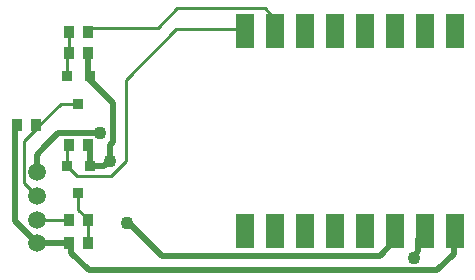
<source format=gbr>
G04*
G04 #@! TF.GenerationSoftware,Altium Limited,Altium Designer,23.6.0 (18)*
G04*
G04 Layer_Physical_Order=1*
G04 Layer_Color=255*
%FSLAX25Y25*%
%MOIN*%
G70*
G04*
G04 #@! TF.SameCoordinates,6FA12667-0DF0-4BCD-80CE-5BD958C659C7*
G04*
G04*
G04 #@! TF.FilePolarity,Positive*
G04*
G01*
G75*
%ADD17R,0.03740X0.03937*%
%ADD18R,0.06299X0.11811*%
%ADD19R,0.03543X0.03740*%
%ADD20R,0.03543X0.03740*%
%ADD21C,0.01968*%
%ADD22C,0.01000*%
%ADD23C,0.05906*%
%ADD24C,0.04331*%
D17*
X57874Y52362D02*
D03*
X51575D02*
D03*
X57874Y90158D02*
D03*
X51575D02*
D03*
X57874Y83071D02*
D03*
X51575D02*
D03*
X40551Y59055D02*
D03*
X34252D02*
D03*
X57874Y19685D02*
D03*
X51575D02*
D03*
Y27559D02*
D03*
X57874D02*
D03*
D18*
X180236Y90551D02*
D03*
X170236D02*
D03*
X160236D02*
D03*
X150236D02*
D03*
X140236D02*
D03*
X120236D02*
D03*
X130236D02*
D03*
X110236D02*
D03*
X140236Y23622D02*
D03*
X180236D02*
D03*
X170236D02*
D03*
X160236D02*
D03*
X150236D02*
D03*
X120236D02*
D03*
X130236D02*
D03*
X110236D02*
D03*
D19*
X58465Y75492D02*
D03*
X54724Y66240D02*
D03*
X58465Y45571D02*
D03*
X54724Y36319D02*
D03*
D20*
X50984Y75492D02*
D03*
Y45571D02*
D03*
D21*
X57874Y76083D02*
X58465Y75492D01*
X57874Y76083D02*
Y83071D01*
X57825Y74852D02*
X66142Y66536D01*
X58465Y45571D02*
Y51772D01*
Y45571D02*
X63129D01*
X64799Y47241D01*
X65373D01*
X43701Y51996D02*
X48019Y56315D01*
X43701Y51968D02*
Y51996D01*
X48019Y56315D02*
X54267D01*
X54267Y56315D01*
X61748D01*
X61992Y56559D01*
X40945Y43307D02*
Y49213D01*
X43701Y51968D01*
X65373Y47241D02*
Y52575D01*
X66142Y53343D01*
Y66536D01*
X174409Y10630D02*
X179921Y16142D01*
X166535Y15419D02*
X168071Y16954D01*
X166535Y14780D02*
Y15419D01*
X168071Y16954D02*
Y20984D01*
X58268Y10630D02*
X174409D01*
X52432Y16465D02*
X58268Y10630D01*
X168071Y20984D02*
X170472Y23386D01*
X71635Y26397D02*
X82677Y15354D01*
X155197D01*
X161102Y21260D01*
X51575Y19587D02*
X52432Y18729D01*
Y16465D02*
Y18729D01*
X33465Y27165D02*
X40945Y19685D01*
X33465Y58268D02*
X34252Y59055D01*
X33465Y27165D02*
Y58268D01*
X179921Y20079D02*
X181102Y21260D01*
X179921Y16142D02*
Y20079D01*
X181102Y21260D02*
Y24016D01*
X161102Y21260D02*
Y24016D01*
X40945Y19685D02*
X51575D01*
D22*
Y83071D02*
Y90158D01*
X50984Y82480D02*
X51575Y83071D01*
X50984Y75492D02*
Y82480D01*
Y45472D02*
X54256Y42201D01*
X65516D02*
X70472Y47157D01*
X50984Y45472D02*
Y45571D01*
X54256Y42201D02*
X65516D01*
X70472Y47157D02*
Y74016D01*
X54724Y30807D02*
Y36319D01*
Y30807D02*
X57874Y27657D01*
Y27559D02*
Y27657D01*
X58063Y91528D02*
X81292D01*
X87758Y97995D02*
X116809D01*
X81292Y91528D02*
X87758Y97995D01*
X87402Y90945D02*
X111102D01*
X70472Y74016D02*
X87402Y90945D01*
X70885Y26397D02*
X71635D01*
X36492Y39886D02*
X40945Y35433D01*
X36492Y39886D02*
Y53716D01*
X40551Y57874D02*
Y57973D01*
X116809Y97995D02*
X121102Y93701D01*
X56693Y90158D02*
X58063Y91528D01*
X56693Y90158D02*
Y90158D01*
X48819Y66240D02*
X53543D01*
X40551Y57973D02*
X48819Y66240D01*
X57874Y19685D02*
Y27559D01*
X121102Y90945D02*
Y93701D01*
X40551Y57776D02*
Y57973D01*
X40945Y27559D02*
X51575D01*
X50984Y45571D02*
Y51772D01*
X36492Y53716D02*
X40551Y57776D01*
X51575Y27559D02*
X51575Y27559D01*
D23*
X40945Y19685D02*
D03*
Y27559D02*
D03*
Y35433D02*
D03*
Y43307D02*
D03*
D24*
X61992Y56559D02*
D03*
X65373Y47241D02*
D03*
X166535Y14780D02*
D03*
X70885Y26397D02*
D03*
M02*

</source>
